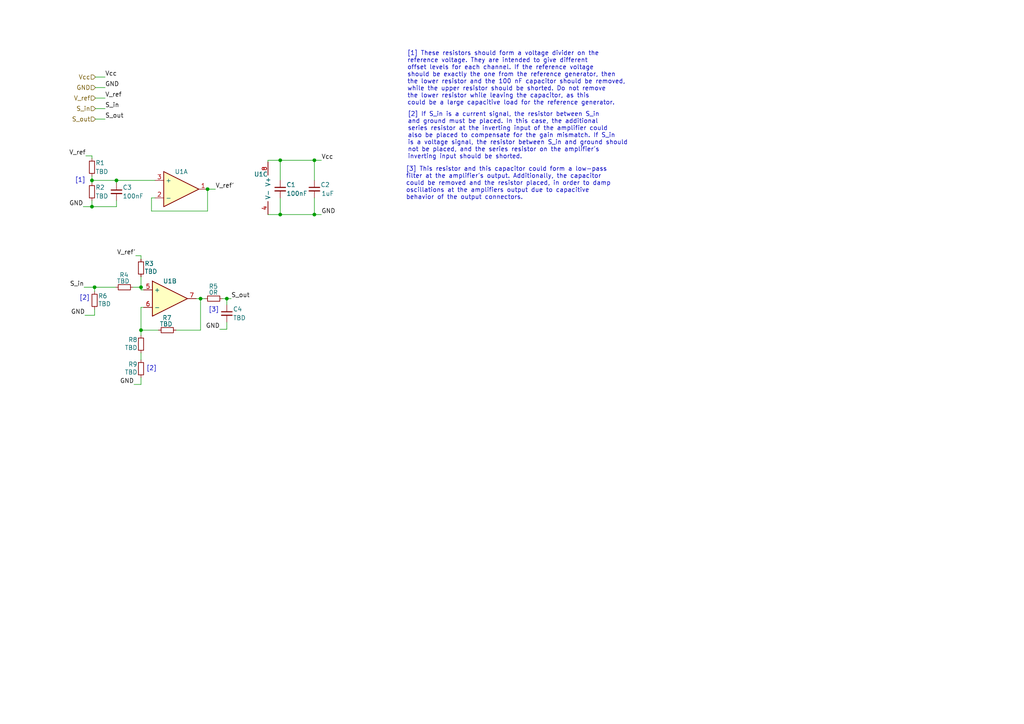
<source format=kicad_sch>
(kicad_sch (version 20211123) (generator eeschema)
  (paper "A4")
  (lib_symbols
    (symbol "Device:C_Small" (pin_numbers hide) (pin_names (offset 0.254) hide)
      (property "Reference" "C" (at 0.254 1.778 0))
      (property "Value" "C_Small" (at 0.254 -2.032 0))
      (symbol "C_Small_0_1"
        (polyline (pts (xy -1.524 -0.508) (xy 1.524 -0.508)) (stroke (width 0.3302)))
        (polyline (pts (xy -1.524 0.508) (xy 1.524 0.508)) (stroke (width 0.3048)))
      )
      (symbol "C_Small_1_1"
        (pin passive line (at 0 2.54 270) (length 2.032) (name "~") (number "1"))
        (pin passive line (at 0 -2.54 90) (length 2.032) (name "~") (number "2"))
      )
    )
    (symbol "Device:Opamp_Dual"
      (property "Reference" "U" (at 0 5.08 0))
      (property "Value" "Opamp_Dual" (at 0 -5.08 0))
      (symbol "Opamp_Dual_1_1"
        (polyline (pts (xy -5.08 5.08) (xy 5.08 0) (xy -5.08 -5.08) (xy -5.08 5.08)) (stroke (width 0.254)) (fill (type background)))
        (pin output line (at 7.62 0 180) (length 2.54) (name "~") (number "1"))
        (pin input line (at -7.62 -2.54 0) (length 2.54) (name "-") (number "2"))
        (pin input line (at -7.62 2.54 0) (length 2.54) (name "+") (number "3"))
      )
      (symbol "Opamp_Dual_2_1"
        (polyline (pts (xy -5.08 5.08) (xy 5.08 0) (xy -5.08 -5.08) (xy -5.08 5.08)) (stroke (width 0.254)) (fill (type background)))
        (pin input line (at -7.62 2.54 0) (length 2.54) (name "+") (number "5"))
        (pin input line (at -7.62 -2.54 0) (length 2.54) (name "-") (number "6"))
        (pin output line (at 7.62 0 180) (length 2.54) (name "~") (number "7"))
      )
      (symbol "Opamp_Dual_3_1"
        (pin power_in line (at -2.54 -7.62 90) (length 3.81) (name "V-") (number "4"))
        (pin power_in line (at -2.54 7.62 270) (length 3.81) (name "V+") (number "8"))
      )
    )
    (symbol "Device:R_Small" (pin_numbers hide) (pin_names (offset 0.254) hide)
      (property "Reference" "R" (at 0.762 0.508 0))
      (property "Value" "R_Small" (at 0.762 -1.016 0))
      (symbol "R_Small_0_1"
        (rectangle (start -0.762 1.778) (end 0.762 -1.778) (stroke (width 0.2032)))
      )
      (symbol "R_Small_1_1"
        (pin passive line (at 0 2.54 270) (length 0.762) (name "~") (number "1"))
        (pin passive line (at 0 -2.54 90) (length 0.762) (name "~") (number "2"))
      )
    )
  )
  (junction (at 40.894 95.758))
  (junction (at 58.166 86.614))
  (junction (at 27.432 83.312))
  (junction (at 81.28 62.23))
  (junction (at 91.186 62.23))
  (junction (at 60.198 54.864))
  (junction (at 91.186 46.482))
  (junction (at 65.786 86.614))
  (junction (at 33.782 52.324))
  (junction (at 81.28 46.482))
  (junction (at 26.67 52.324))
  (junction (at 40.894 83.312))
  (junction (at 26.67 59.944))
  (wire (pts (xy 65.786 86.614) (xy 65.786 88.392)))
  (wire (pts (xy 27.432 83.312) (xy 33.528 83.312)))
  (wire (pts (xy 27.686 31.496) (xy 30.48 31.496)))
  (wire (pts (xy 33.782 58.166) (xy 33.782 59.944)))
  (wire (pts (xy 77.724 46.482) (xy 81.28 46.482)))
  (wire (pts (xy 27.686 28.448) (xy 30.48 28.448)))
  (wire (pts (xy 33.782 52.324) (xy 33.782 53.086)))
  (wire (pts (xy 40.894 95.758) (xy 40.894 97.282)))
  (wire (pts (xy 77.724 46.99) (xy 77.724 46.482)))
  (wire (pts (xy 27.686 22.352) (xy 30.48 22.352)))
  (wire (pts (xy 40.894 84.074) (xy 41.656 84.074)))
  (wire (pts (xy 91.186 57.404) (xy 91.186 62.23)))
  (wire (pts (xy 51.054 95.758) (xy 58.166 95.758)))
  (wire (pts (xy 81.28 62.23) (xy 77.724 62.23)))
  (wire (pts (xy 26.67 51.054) (xy 26.67 52.324)))
  (wire (pts (xy 91.186 46.482) (xy 93.218 46.482)))
  (wire (pts (xy 27.432 91.44) (xy 24.638 91.44)))
  (wire (pts (xy 58.166 86.614) (xy 56.896 86.614)))
  (wire (pts (xy 45.974 95.758) (xy 40.894 95.758)))
  (wire (pts (xy 40.894 111.506) (xy 40.894 109.474)))
  (wire (pts (xy 26.67 52.324) (xy 26.67 53.086)))
  (wire (pts (xy 58.166 86.614) (xy 59.436 86.614)))
  (wire (pts (xy 65.786 86.614) (xy 67.056 86.614)))
  (wire (pts (xy 26.67 45.212) (xy 26.67 45.974)))
  (wire (pts (xy 38.862 111.506) (xy 40.894 111.506)))
  (wire (pts (xy 43.942 57.404) (xy 44.958 57.404)))
  (wire (pts (xy 38.608 83.312) (xy 40.894 83.312)))
  (wire (pts (xy 60.198 61.214) (xy 60.198 54.864)))
  (wire (pts (xy 27.432 84.582) (xy 27.432 83.312)))
  (wire (pts (xy 63.754 95.504) (xy 65.786 95.504)))
  (wire (pts (xy 91.186 62.23) (xy 93.218 62.23)))
  (wire (pts (xy 40.894 104.394) (xy 40.894 102.362)))
  (wire (pts (xy 43.942 61.214) (xy 43.942 57.404)))
  (wire (pts (xy 60.198 54.864) (xy 62.484 54.864)))
  (wire (pts (xy 43.942 61.214) (xy 60.198 61.214)))
  (wire (pts (xy 27.686 34.544) (xy 30.48 34.544)))
  (wire (pts (xy 64.516 86.614) (xy 65.786 86.614)))
  (wire (pts (xy 81.28 46.482) (xy 81.28 52.324)))
  (wire (pts (xy 26.67 59.944) (xy 24.13 59.944)))
  (wire (pts (xy 26.67 52.324) (xy 33.782 52.324)))
  (wire (pts (xy 40.894 83.312) (xy 40.894 84.074)))
  (wire (pts (xy 27.432 89.662) (xy 27.432 91.44)))
  (wire (pts (xy 81.28 46.482) (xy 91.186 46.482)))
  (wire (pts (xy 24.384 83.312) (xy 27.432 83.312)))
  (wire (pts (xy 91.186 46.482) (xy 91.186 52.324)))
  (wire (pts (xy 81.28 57.404) (xy 81.28 62.23)))
  (wire (pts (xy 39.37 74.168) (xy 40.894 74.168)))
  (wire (pts (xy 40.894 89.154) (xy 41.656 89.154)))
  (wire (pts (xy 65.786 95.504) (xy 65.786 93.472)))
  (wire (pts (xy 26.67 58.166) (xy 26.67 59.944)))
  (wire (pts (xy 58.166 95.758) (xy 58.166 86.614)))
  (wire (pts (xy 91.186 62.23) (xy 81.28 62.23)))
  (wire (pts (xy 26.67 59.944) (xy 33.782 59.944)))
  (wire (pts (xy 27.686 25.4) (xy 30.48 25.4)))
  (wire (pts (xy 24.892 45.212) (xy 26.67 45.212)))
  (wire (pts (xy 40.894 80.264) (xy 40.894 83.312)))
  (wire (pts (xy 40.894 74.168) (xy 40.894 75.184)))
  (wire (pts (xy 33.782 52.324) (xy 44.958 52.324)))
  (wire (pts (xy 40.894 89.154) (xy 40.894 95.758)))
  (text "[2]" (at 22.987 87.249 0) (effects (font (size 1.27 1.27)) (justify left bottom)))
  (text "[3]" (at 60.452 90.678 0) (effects (font (size 1.27 1.27)) (justify left bottom)))
  (text "[3] This resistor and this capacitor could form a low-pass\nfilter at the amplifier's output. Additionally, the capacitor\ncould be removed and the resistor placed, in order to damp \noscillations at the amplifiers output due to capacitive \nbehavior of the output connectors." (at 117.729 58.039 0) (effects (font (size 1.27 1.27)) (justify left bottom)))
  (text "[2]" (at 42.418 107.696 0) (effects (font (size 1.27 1.27)) (justify left bottom)))
  (text "[1]" (at 21.717 53.086 0) (effects (font (size 1.27 1.27)) (justify left bottom)))
  (text "[1] These resistors should form a voltage divider on the\nreference voltage. They are intended to give different \noffset levels for each channel. If the reference voltage\nshould be exactly the one from the reference generator, then\nthe lower resistor and the 100 nF capacitor should be removed,\nwhile the upper resistor should be shorted. Do not remove \nthe lower resistor while leaving the capacitor, as this \ncould be a large capacitive load for the reference generator." (at 118.11 30.607 0) (effects (font (size 1.27 1.27)) (justify left bottom)))
  (text "[2] If S_in is a current signal, the resistor between S_in\nand ground must be placed. In this case, the additional\nseries resistor at the inverting input of the amplifier could\nalso be placed to compensate for the gain mismatch. If S_in\nis a voltage signal, the resistor between S_in and ground should\nnot be placed, and the series resistor on the amplifier's\ninverting input should be shorted." (at 118.237 46.228 0) (effects (font (size 1.27 1.27)) (justify left bottom)))
  (label "Vcc" (at 93.218 46.482 0))
  (label "V_ref" (at 30.48 28.448 0))
  (label "S_out" (at 30.48 34.544 0))
  (label "V_ref'" (at 62.484 54.864 0))
  (label "GND" (at 93.218 62.23 0))
  (label "GND" (at 24.13 59.944 180))
  (label "GND" (at 30.48 25.4 0))
  (label "S_in" (at 24.384 83.312 180))
  (label "S_out" (at 67.056 86.614 0))
  (label "GND" (at 38.862 111.506 180))
  (label "Vcc" (at 30.48 22.352 0))
  (label "GND" (at 63.754 95.504 180))
  (label "V_ref" (at 24.892 45.212 180))
  (label "GND" (at 24.638 91.44 180))
  (label "S_in" (at 30.48 31.496 0))
  (label "V_ref'" (at 39.37 74.168 180))
  (hierarchical_label "GND" (shape input) (at 27.686 25.4 180))
  (hierarchical_label "S_in" (shape input) (at 27.686 31.496 180))
  (hierarchical_label "V_ref" (shape input) (at 27.686 28.448 180))
  (hierarchical_label "Vcc" (shape input) (at 27.686 22.352 180))
  (hierarchical_label "S_out" (shape input) (at 27.686 34.544 180))
  (symbol (lib_id "Device:R_Small") (at 48.514 95.758 90) (mirror x) (unit 1)
    (property "Reference" "R7" (at 49.784 92.202 90) (effects (justify left)))
    (property "Value" "TBD" (at 50.038 93.98 90) (effects (justify left)))
    (property "Footprint" "Resistor_SMD:R_0805_2012Metric" (effects hide))
  )
  (symbol (lib_id "Device:Opamp_Dual") (at 80.264 54.61 0) (unit 3)
    (property "Reference" "U1" (at 73.66 50.546 0) (effects (justify left)))
    (property "Value" "Opamp_Dual" (effects hide))
    (property "Footprint" "Package_SO:SOIC-8_3.9x4.9mm_P1.27mm" (effects hide))
  )
  (symbol (lib_id "Device:R_Small") (at 36.068 83.312 90) (mirror x) (unit 1)
    (property "Reference" "R4" (at 37.338 79.756 90) (effects (justify left)))
    (property "Value" "TBD" (at 37.592 81.534 90) (effects (justify left)))
    (property "Footprint" "Resistor_SMD:R_0805_2012Metric" (effects hide))
  )
  (symbol (lib_id "Device:Opamp_Dual") (at 49.276 86.614 0) (unit 2)
    (property "Reference" "U1" (at 49.276 81.534 0))
    (property "Value" "Opamp_Dual" (effects hide))
    (property "Footprint" "Package_SO:SOIC-8_3.9x4.9mm_P1.27mm" (effects hide))
  )
  (symbol (lib_id "Device:R_Small") (at 61.976 86.614 90) (mirror x) (unit 1)
    (property "Reference" "R5" (at 63.246 83.058 90) (effects (justify left)))
    (property "Value" "0R" (at 63.246 84.836 90) (effects (justify left)))
    (property "Footprint" "Resistor_SMD:R_0805_2012Metric" (effects hide))
  )
  (symbol (lib_id "Device:C_Small") (at 81.28 54.864 0) (unit 1)
    (property "Reference" "C1" (at 83.058 53.594 0) (effects (justify left)))
    (property "Value" "100nF" (at 83.058 56.134 0) (effects (justify left)))
    (property "Footprint" "Capacitor_SMD:C_0805_2012Metric" (effects hide))
  )
  (symbol (lib_id "Device:R_Small") (at 26.67 55.626 0) (unit 1)
    (property "Reference" "R2" (at 27.686 54.356 0) (effects (justify left)))
    (property "Value" "TBD" (at 27.686 56.896 0) (effects (justify left)))
    (property "Footprint" "Resistor_SMD:R_0805_2012Metric" (effects hide))
  )
  (symbol (lib_id "Device:R_Small") (at 40.894 99.822 0) (mirror y) (unit 1)
    (property "Reference" "R8" (at 39.878 98.552 0) (effects (justify left)))
    (property "Value" "TBD" (at 39.878 100.838 0) (effects (justify left)))
    (property "Footprint" "Resistor_SMD:R_0805_2012Metric" (effects hide))
  )
  (symbol (lib_id "Device:R_Small") (at 40.894 106.934 0) (mirror y) (unit 1)
    (property "Reference" "R9" (at 39.878 105.664 0) (effects (justify left)))
    (property "Value" "TBD" (at 39.878 107.95 0) (effects (justify left)))
    (property "Footprint" "Resistor_SMD:R_0805_2012Metric" (effects hide))
  )
  (symbol (lib_id "Device:C_Small") (at 65.786 90.932 0) (unit 1)
    (property "Reference" "C4" (at 67.564 89.662 0) (effects (justify left)))
    (property "Value" "TBD" (at 67.564 92.202 0) (effects (justify left)))
    (property "Footprint" "Capacitor_SMD:C_0805_2012Metric" (effects hide))
  )
  (symbol (lib_id "Device:R_Small") (at 27.432 87.122 0) (unit 1)
    (property "Reference" "R6" (at 28.448 85.852 0) (effects (justify left)))
    (property "Value" "TBD" (at 28.448 88.138 0) (effects (justify left)))
    (property "Footprint" "Resistor_SMD:R_0805_2012Metric" (effects hide))
  )
  (symbol (lib_id "Device:C_Small") (at 33.782 55.626 0) (unit 1)
    (property "Reference" "C3" (at 35.56 54.356 0) (effects (justify left)))
    (property "Value" "100nF" (at 35.56 56.896 0) (effects (justify left)))
    (property "Footprint" "Capacitor_SMD:C_0805_2012Metric" (effects hide))
  )
  (symbol (lib_id "Device:R_Small") (at 26.67 48.514 0) (unit 1)
    (property "Reference" "R1" (at 27.686 47.244 0) (effects (justify left)))
    (property "Value" "TBD" (at 27.686 49.784 0) (effects (justify left)))
    (property "Footprint" "Resistor_SMD:R_0805_2012Metric" (effects hide))
  )
  (symbol (lib_id "Device:R_Small") (at 40.894 77.724 0) (unit 1)
    (property "Reference" "R3" (at 41.91 76.454 0) (effects (justify left)))
    (property "Value" "TBD" (at 41.91 78.74 0) (effects (justify left)))
    (property "Footprint" "Resistor_SMD:R_0805_2012Metric" (effects hide))
  )
  (symbol (lib_id "Device:C_Small") (at 91.186 54.864 0) (unit 1)
    (property "Reference" "C2" (at 92.964 53.594 0) (effects (justify left)))
    (property "Value" "1uF" (at 93.218 56.134 0) (effects (justify left)))
    (property "Footprint" "Capacitor_SMD:C_0805_2012Metric" (effects hide))
  )
  (symbol (lib_id "Device:Opamp_Dual") (at 52.578 54.864 0) (unit 1)
    (property "Reference" "U1" (at 52.578 49.784 0))
    (property "Value" "Opamp_Dual" (effects hide))
    (property "Footprint" "Package_SO:SOIC-8_3.9x4.9mm_P1.27mm" (effects hide))
  )
)
</source>
